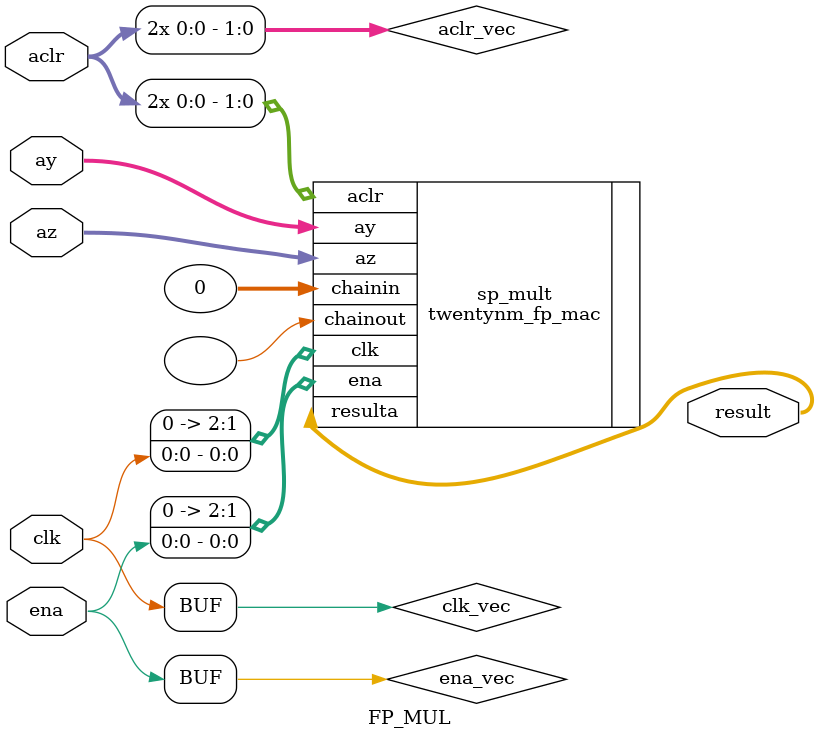
<source format=v>
module FP_MUL(
    input  wire                          clk,
    input  wire                          ena,
    input  wire                          aclr,
    input  wire [31:0]                   ay,
    input  wire [31:0]                   az,
    output wire [31:0]                   result
	);
    wire [1-1:0] clk_vec;
    wire [1-1:0] ena_vec;
    wire [1:0]                   aclr_vec;
    assign clk_vec[0] = clk;
    assign ena_vec[0] = ena;
    assign aclr_vec[1] = aclr;
    assign aclr_vec[0] = aclr;

twentynm_fp_mac  #(
    .ax_clock("NONE"),
    .ay_clock("0"),
    .az_clock("0"),
    .output_clock("0"),
    .accumulate_clock("NONE"),
    .ax_chainin_pl_clock("NONE"),
    .accum_pipeline_clock("NONE"),
    .mult_pipeline_clock("0"),
    .adder_input_clock("0"),
    .accum_adder_clock("NONE"),
    .use_chainin("false"),
    .operation_mode("sp_mult"),
    .adder_subtract("false")
) sp_mult (
    .clk({1'b0,1'b0,clk_vec[0]}),
    .ena({1'b0,1'b0,ena_vec[0]}),
    .aclr(aclr_vec),
    .ay(ay),
    .az(az),

    .chainin(32'b0),
    .resulta(result),
    .chainout()
);
endmodule
</source>
